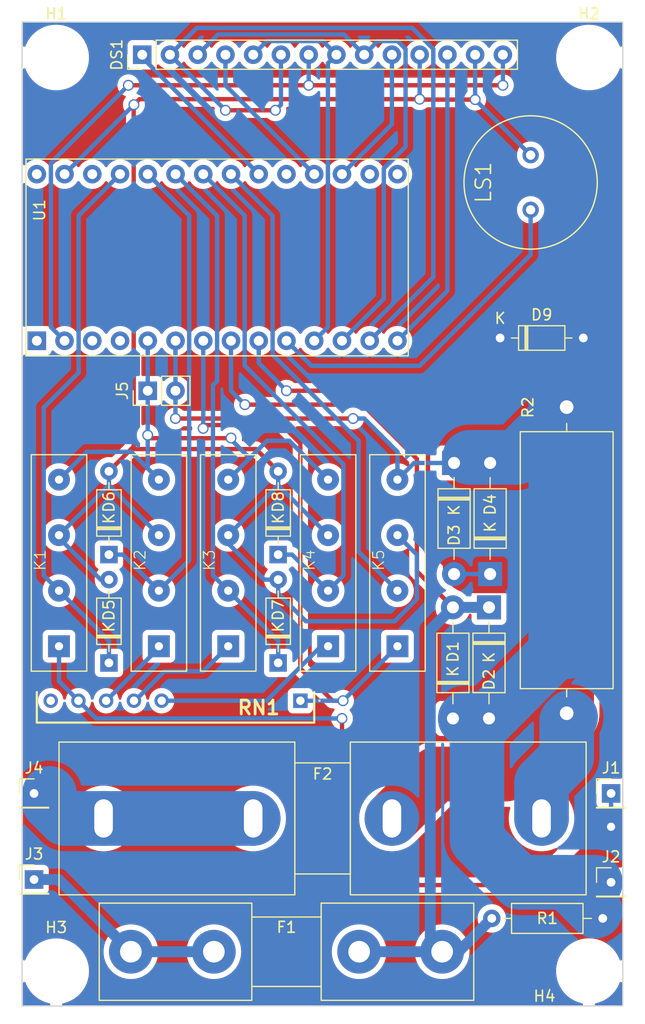
<source format=kicad_pcb>
(kicad_pcb (version 20221018) (generator pcbnew)
  (layers (0 "F.Cu" signal) (31 "B.Cu" signal) (34 "B.Paste" user) (35 "F.Paste" user) (36 "B.SilkS" user "B.Silkscreen") (37 "F.SilkS" user "F.Silkscreen") (38 "B.Mask" user) (39 "F.Mask" user) (44 "Edge.Cuts" user))
  (net 0 "")
  (net 1 "+3.3V")
  (net 2 "GND")
  (net 7 "/Speaker Control")
  (net 13 "/Input Common")
  (net 14 "/mA ADC In")
  (net 15 "/A ADC In")
  (net 16 "/TOUCH IRQ")
  (net 17 "/MISO")
  (net 18 "/MOSI")
  (net 19 "/TOUCH CS")
  (net 20 "/SCK")
  (net 21 "/TFT DC")
  (net 22 "/TFT CS")
  (net 23 "/mA In")
  (net 24 "/A In")
  (net 25 "/V{slash}Ohm In")
  (net 26 "/V{slash}Ohm ADC In")
  (net 27 "/Low Range Control")
  (net 28 "/Med Range Control")
  (net 29 "/High Range Control")
  (net 30 "/UH Range Control")
  (net 31 "/Ohm Vout")
  (net 32 "/V{slash}Ohm Control")
  (net 33 "Net-(K2-COM)")
  (net 34 "Net-(K3-COM)")
  (net 35 "Net-(K4-COM)")
  (footprint "502ProjectFootprints:SIL03-1A72-71_4" (layer "F.Cu") (at 195.326 102.616 90)
    (fp_text reference "K3" (at 0.254 -1.73 90 unlocked) (layer "F.SilkS") (effects (font (thickness 0.1))))
    (fp_text value "High Range")
    (pad "1" thru_hole rect (at -7.62 0 90) (size 2 2) (drill 0.75) (layers "*.Cu" "*.Mask") (net 34 "Net-(K3-COM)"))
    (pad "3" thru_hole circle (at -2.54 0 90) (size 2 2) (drill 0.75) (layers "*.Cu" "*.Mask" "Eco1.User") (net 29 "/High Range Control"))
    (pad "5" thru_hole circle (at 2.54 0 90) (size 2 2) (drill 0.75) (layers "*.Cu" "*.Mask") (net 2 "GND"))
    (pad "7" thru_hole circle (at 7.62 0 90) (size 2 2) (drill 0.75) (layers "*.Cu" "*.Mask") (net 26 "/V{slash}Ohm ADC In"))
  )
  (footprint "502ProjectFootprints:MountingHole_3mm" (layer "F.Cu") (at 228.346 139.954)
    (fp_text reference "H4" (at -4.064 2.286) (layer "F.SilkS"))
    (fp_text value "MountingHole")
    (pad "" np_thru_hole circle (at 0 0) (size 3 3) (drill 3) (layers "F&B.Cu" "*.Mask") (clearance 1.5))
  )
  (footprint "Diode_THT:D_DO-35_SOD27_P7.62mm_Horizontal" (layer "F.Cu") (at 184.404 101.854 90)
    (fp_text reference "D6" (at 4.826 0 90) (layer "F.SilkS"))
    (fp_text value "1N4148")
    (fp_text user "K" (at 3.302 0 90) (layer "F.SilkS"))
    (pad "1" thru_hole rect (at 0 0 90) (size 1.6 1.6) (drill 0.8) (layers "*.Cu" "*.Mask") (net 28 "/Med Range Control"))
    (pad "2" thru_hole oval (at 7.62 0 90) (size 1.6 1.6) (drill 0.8) (layers "*.Cu" "*.Mask") (net 2 "GND"))
  )
  (footprint "502ProjectFootprints:PinHeader_1x01_P2.54mm_Vertical_H0.8mm" (layer "F.Cu") (at 177.546 123.698)
    (fp_text reference "J4" (at 0 -2.33) (layer "F.SilkS"))
    (fp_text value "A")
    (pad "1" thru_hole rect (at 0 0) (size 1.7 1.7) (drill 0.8) (layers "*.Cu" "*.Mask") (net 24 "/A In"))
  )
  (footprint "Diode_THT:D_DO-41_SOD81_P10.16mm_Horizontal" (layer "F.Cu") (at 219.202 106.68 -90)
    (fp_text reference "D2" (at 6.604 0 90) (layer "F.SilkS"))
    (fp_text value "1N4001")
    (fp_text user "K" (at 4.572 0 90) (layer "F.SilkS"))
    (pad "1" thru_hole rect (at 0 0 270) (size 2.2 2.2) (drill 1.1) (layers "*.Cu" "*.Mask") (net 14 "/mA ADC In"))
    (pad "2" thru_hole oval (at 10.16 0 270) (size 2.2 2.2) (drill 1.1) (layers "*.Cu" "*.Mask") (net 13 "/Input Common"))
  )
  (footprint "Diode_THT:D_DO-35_SOD27_P7.62mm_Horizontal" (layer "F.Cu") (at 220.218 82.042)
    (fp_text reference "D9" (at 3.81 -2.12) (layer "F.SilkS"))
    (fp_text value "1N4148")
    (fp_text user "K" (at 0 -1.8) (layer "F.SilkS"))
    (pad "1" thru_hole rect (at 0 0) (size 1.6 1.6) (drill 0.8) (layers "*.Cu" "*.Mask") (net 32 "/V{slash}Ohm Control"))
    (pad "2" thru_hole oval (at 7.62 0) (size 1.6 1.6) (drill 0.8) (layers "*.Cu" "*.Mask") (net 2 "GND"))
  )
  (footprint "502ProjectFootprints:SIL03-1A72-71_4" (layer "F.Cu") (at 210.82 102.616 90)
    (fp_text reference "K5" (at 0.254 -1.73 90 unlocked) (layer "F.SilkS") (effects (font (thickness 0.1))))
    (fp_text value "V/Ohm Switch")
    (pad "1" thru_hole rect (at -7.62 0 90) (size 2 2) (drill 0.75) (layers "*.Cu" "*.Mask") (net 31 "/Ohm Vout"))
    (pad "3" thru_hole circle (at -2.54 0 90) (size 2 2) (drill 0.75) (layers "*.Cu" "*.Mask" "Eco1.User") (net 32 "/V{slash}Ohm Control"))
    (pad "5" thru_hole circle (at 2.54 0 90) (size 2 2) (drill 0.75) (layers "*.Cu" "*.Mask") (net 2 "GND"))
    (pad "7" thru_hole circle (at 7.62 0 90) (size 2 2) (drill 0.75) (layers "*.Cu" "*.Mask") (net 13 "/Input Common"))
  )
  (footprint "Diode_THT:D_DO-41_SOD81_P10.16mm_Horizontal" (layer "F.Cu") (at 215.9 116.84 90)
    (fp_text reference "D1" (at 6.096 0 90) (layer "F.SilkS"))
    (fp_text value "1N4001")
    (fp_text user "K" (at 4.318 0 90) (layer "F.SilkS"))
    (pad "1" thru_hole rect (at 0 0 90) (size 2.2 2.2) (drill 1.1) (layers "*.Cu" "*.Mask") (net 13 "/Input Common"))
    (pad "2" thru_hole oval (at 10.16 0 90) (size 2.2 2.2) (drill 1.1) (layers "*.Cu" "*.Mask") (net 14 "/mA ADC In"))
  )
  (footprint "502ProjectFootprints:PinHeader_1x01_P2.54mm_Vertical_H0.8mm" (layer "F.Cu") (at 177.546 131.572)
    (fp_text reference "J3" (at 0 -2.33) (layer "F.SilkS"))
    (fp_text value "mA")
    (pad "1" thru_hole rect (at 0 0) (size 1.7 1.7) (drill 0.8) (layers "*.Cu" "*.Mask") (net 23 "/mA In"))
  )
  (footprint "502ProjectFootprints:LF124061_2" (layer "F.Cu") (at 200.66 138.176)
    (fp_text reference "F1" (at 0 -2.238 unlocked) (layer "F.SilkS"))
    (fp_text value "250mA Fuse")
    (pad "1" thru_hole circle (at -14.25 0) (size 4 4) (drill 1.98) (layers "*.Cu" "*.Mask") (net 23 "/mA In"))
    (pad "2" thru_hole circle (at -6.65 0) (size 4 4) (drill 1.98) (layers "*.Cu" "*.Mask") (net 23 "/mA In"))
    (pad "3" thru_hole circle (at 6.65 0) (size 4 4) (drill 1.98) (layers "*.Cu" "*.Mask") (net 14 "/mA ADC In"))
    (pad "4" thru_hole circle (at 14.25 0) (size 4 4) (drill 1.98) (layers "*.Cu" "*.Mask") (net 14 "/mA ADC In"))
  )
  (footprint "502ProjectFootprints:MountingHole_3mm" (layer "F.Cu") (at 179.578 139.954)
    (fp_text reference "H3" (at 0 -4) (layer "F.SilkS"))
    (fp_text value "MountingHole")
    (pad "" np_thru_hole circle (at 0 0) (size 3 3) (drill 3) (layers "F&B.Cu" "*.Mask") (clearance 1.5))
  )
  (footprint "502ProjectFootprints:LOB-1528272_3" (layer "F.Cu") (at 226.314 102.362 90)
    (fp_text reference "R2" (at 13.97 -3.556 90 unlocked) (layer "F.SilkS"))
    (fp_text value "0.05 Ohm")
    (pad "1" thru_hole circle (at -14 0 90) (size 3 3) (drill 1.25) (layers "*.Cu" "*.Mask") (net 15 "/A ADC In"))
    (pad "2" thru_hole circle (at 14 0 90) (size 3 3) (drill 1.25) (layers "*.Cu" "*.Mask") (net 13 "/Input Common"))
  )
  (footprint "502ProjectFootprints:MountingHole_3mm" (layer "F.Cu") (at 179.578 56.388)
    (fp_text reference "H1" (at 0 -4) (layer "F.SilkS"))
    (fp_text value "MountingHole")
    (pad "" np_thru_hole circle (at 0 0) (size 3 3) (drill 3) (layers "F&B.Cu" "*.Mask") (clearance 1.5))
  )
  (footprint "502ProjectFootprints:PinHeader_1x01_P2.54mm_Vertical_H0.8mm" (layer "F.Cu") (at 230.378 123.698)
    (fp_text reference "J1" (at 0 -2.33) (layer "F.SilkS"))
    (fp_text value "V/Ohm")
    (pad "1" thru_hole rect (at 0 0) (size 1.7 1.7) (drill 0.8) (layers "*.Cu" "*.Mask") (net 25 "/V{slash}Ohm In"))
  )
  (footprint "Resistor_THT:R_Axial_DIN0207_L6.3mm_D2.5mm_P10.16mm_Horizontal" (layer "F.Cu") (at 219.456 135.128)
    (fp_text reference "R1" (at 5.08 0) (layer "F.SilkS"))
    (fp_text value "5 Ohm")
    (pad "1" thru_hole circle (at 0 0) (size 1.6 1.6) (drill 0.8) (layers "*.Cu" "*.Mask") (net 14 "/mA ADC In"))
    (pad "2" thru_hole oval (at 10.16 0) (size 1.6 1.6) (drill 0.8) (layers "*.Cu" "*.Mask") (net 13 "/Input Common"))
  )
  (footprint "502ProjectFootprints:PinHeader_1x01_P2.54mm_Vertical_H0.8mm" (layer "F.Cu") (at 230.378 131.826)
    (fp_text reference "J2" (at 0 -2.33) (layer "F.SilkS"))
    (fp_text value "Com")
    (pad "1" thru_hole rect (at 0 0) (size 1.7 1.7) (drill 0.8) (layers "*.Cu" "*.Mask") (net 13 "/Input Common"))
  )
  (footprint "502ProjectFootprints:LF124041_3" (layer "F.Cu") (at 203.962 125.984)
    (fp_text reference "F2" (at 0 -4.064 unlocked) (layer "F.SilkS"))
    (fp_text value "10A Fuse")
    (pad "1" thru_hole circle (at -20.05 0) (size 5 5) (drill oval 1.7 3.5) (layers "*.Cu" "*.Mask") (net 24 "/A In"))
    (pad "2" thru_hole circle (at -6.35 0) (size 5 5) (drill oval 1.7 3.5) (layers "*.Cu" "*.Mask") (net 24 "/A In"))
    (pad "3" thru_hole circle (at 6.35 0) (size 5 5) (drill oval 1.7 3.5) (layers "*.Cu" "*.Mask") (net 15 "/A ADC In"))
    (pad "4" thru_hole circle (at 20.05 0) (size 5 5) (drill oval 1.7 3.5) (layers "*.Cu" "*.Mask") (net 15 "/A ADC In"))
  )
  (footprint "Diode_THT:D_DO-35_SOD27_P7.62mm_Horizontal" (layer "F.Cu") (at 199.898 101.854 90)
    (fp_text reference "D8" (at 4.826 0 90) (layer "F.SilkS"))
    (fp_text value "1N4148")
    (fp_text user "K" (at 3.302 0 90) (layer "F.SilkS"))
    (pad "1" thru_hole rect (at 0 0 90) (size 1.6 1.6) (drill 0.8) (layers "*.Cu" "*.Mask") (net 30 "/UH Range Control"))
    (pad "2" thru_hole oval (at 7.62 0 90) (size 1.6 1.6) (drill 0.8) (layers "*.Cu" "*.Mask") (net 2 "GND"))
  )
  (footprint "Diode_THT:D_DO-35_SOD27_P7.62mm_Horizontal" (layer "F.Cu") (at 199.898 111.76 90)
    (fp_text reference "D7" (at 4.826 0 90) (layer "F.SilkS"))
    (fp_text value "1N4148")
    (fp_text user "K" (at 3.302 0 90) (layer "F.SilkS"))
    (pad "1" thru_hole rect (at 0 0 90) (size 1.6 1.6) (drill 0.8) (layers "*.Cu" "*.Mask") (net 29 "/High Range Control"))
    (pad "2" thru_hole oval (at 7.62 0 90) (size 1.6 1.6) (drill 0.8) (layers "*.Cu" "*.Mask") (net 2 "GND"))
  )
  (footprint "502ProjectFootprints:SIL03-1A72-71_4" (layer "F.Cu") (at 179.832 102.616 90)
    (fp_text reference "K1" (at 0.254 -1.73 90 unlocked) (layer "F.SilkS") (effects (font (thickness 0.1))))
    (fp_text value "Low Range")
    (pad "1" thru_hole rect (at -7.62 0 90) (size 2 2) (drill 0.75) (layers "*.Cu" "*.Mask") (net 25 "/V{slash}Ohm In"))
    (pad "3" thru_hole circle (at -2.54 0 90) (size 2 2) (drill 0.75) (layers "*.Cu" "*.Mask" "Eco1.User") (net 27 "/Low Range Control"))
    (pad "5" thru_hole circle (at 2.54 0 90) (size 2 2) (drill 0.75) (layers "*.Cu" "*.Mask") (net 2 "GND"))
    (pad "7" thru_hole circle (at 7.62 0 90) (size 2 2) (drill 0.75) (layers "*.Cu" "*.Mask") (net 26 "/V{slash}Ohm ADC In"))
  )
  (footprint "502ProjectFootprints:PinHeader_1x02_P2.54mm_Vertical_H0.9mm" (layer "F.Cu") (at 187.955 86.868 90)
    (fp_text reference "J5" (at 0 -2.33 90) (layer "F.SilkS"))
    (fp_text value "Parallel Prot")
    (pad "1" thru_hole rect (at 0 0 90) (size 1.7 1.7) (drill 0.9) (layers "*.Cu" "*.Mask") (net 26 "/V{slash}Ohm ADC In"))
    (pad "2" thru_hole oval (at 0 2.54 90) (size 1.7 1.7) (drill 0.9) (layers "*.Cu" "*.Mask") (net 13 "/Input Common"))
  )
  (footprint "502ProjectFootprints:PinHeader_1x14_P2.54mm_Vertical_H0.9mm" (layer "F.Cu") (at 187.452 56.134 90)
    (fp_text reference "DS1" (at 0 -2.33 90) (layer "F.SilkS"))
    (fp_text value "TFT_Interface")
    (pad "1" thru_hole rect (at 0 0 90) (size 1.7 1.7) (drill 0.9) (layers "*.Cu" "*.Mask") (net 16 "/TOUCH IRQ"))
    (pad "2" thru_hole oval (at 0 2.54 90) (size 1.7 1.7) (drill 0.9) (layers "*.Cu" "*.Mask") (net 17 "/MISO"))
    (pad "3" thru_hole oval (at 0 5.08 90) (size 1.7 1.7) (drill 0.9) (layers "*.Cu" "*.Mask") (net 18 "/MOSI"))
    (pad "4" thru_hole oval (at 0 7.62 90) (size 1.7 1.7) (drill 0.9) (layers "*.Cu" "*.Mask") (net 19 "/TOUCH CS"))
    (pad "5" thru_hole oval (at 0 10.16 90) (size 1.7 1.7) (drill 0.9) (layers "*.Cu" "*.Mask") (net 20 "/SCK"))
    (pad "6" thru_hole oval (at 0 12.7 90) (size 1.7 1.7) (drill 0.9) (layers "*.Cu" "*.Mask") (net 17 "/MISO"))
    (pad "7" thru_hole oval (at 0 15.24 90) (size 1.7 1.7) (drill 0.9) (layers "*.Cu" "*.Mask") (net 1 "+3.3V"))
    (pad "8" thru_hole oval (at 0 17.78 90) (size 1.7 1.7) (drill 0.9) (layers "*.Cu" "*.Mask") (net 20 "/SCK"))
    (pad "9" thru_hole oval (at 0 20.32 90) (size 1.7 1.7) (drill 0.9) (layers "*.Cu" "*.Mask") (net 18 "/MOSI"))
    (pad "10" thru_hole oval (at 0 22.86 90) (size 1.7 1.7) (drill 0.9) (layers "*.Cu" "*.Mask") (net 21 "/TFT DC"))
    (pad "11" thru_hole oval (at 0 25.4 90) (size 1.7 1.7) (drill 0.9) (layers "*.Cu" "*.Mask") (net 2 "GND"))
    (pad "12" thru_hole oval (at 0 27.94 90) (size 1.7 1.7) (drill 0.9) (layers "*.Cu" "*.Mask") (net 22 "/TFT CS"))
    (pad "13" thru_hole oval (at 0 30.48 90) (size 1.7 1.7) (drill 0.9) (layers "*.Cu" "*.Mask") (net 2 "GND"))
    (pad "14" thru_hole oval (at 0 33.02 90) (size 1.7 1.7) (drill 0.9) (layers "*.Cu" "*.Mask") (net 1 "+3.3V"))
  )
  (footprint "502ProjectFootprints:1776-C68-1" (layer "F.Cu") (at 201.93 115.219 180)
    (fp_text reference "RN1" (at 3.81 -0.635) (layer "F.SilkS") (effects (font (size 1.27 1.27) (thickness 0.254))))
    (fp_text value "1776-C68" hide)
    (pad "1" thru_hole circle (at 22.86 0 180) (size 1.32 1.32) (drill 0.77) (layers "*.Cu" "*.Mask"))
    (pad "2" thru_hole circle (at 20.32 0 180) (size 1.32 1.32) (drill 0.77) (layers "*.Cu" "*.Mask") (net 25 "/V{slash}Ohm In"))
    (pad "3" thru_hole circle (at 17.78 0 180) (size 1.32 1.32) (drill 0.77) (layers "*.Cu" "*.Mask") (net 33 "Net-(K2-COM)"))
    (pad "4" thru_hole circle (at 15.24 0 180) (size 1.32 1.32) (drill 0.77) (layers "*.Cu" "*.Mask") (net 34 "Net-(K3-COM)"))
    (pad "5" thru_hole circle (at 12.7 0 180) (size 1.32 1.32) (drill 0.77) (layers "*.Cu" "*.Mask") (net 35 "Net-(K4-COM)"))
    (pad "6" thru_hole rect (at 0 0 180) (size 1.32 1.32) (drill 0.77) (layers "*.Cu" "*.Mask") (net 31 "/Ohm Vout"))
  )
  (footprint "Diode_THT:D_DO-41_SOD81_P10.16mm_Horizontal" (layer "F.Cu") (at 219.304 103.632 90)
    (fp_text reference "D4" (at 6.35 0 90) (layer "F.SilkS"))
    (fp_text value "1N4001")
    (fp_text user "K" (at 4.318 0 90) (layer "F.SilkS"))
    (pad "1" thru_hole rect (at 0 0 90) (size 2.2 2.2) (drill 1.1) (layers "*.Cu" "*.Mask") (net 15 "/A ADC In"))
    (pad "2" thru_hole oval (at 10.16 0 90) (size 2.2 2.2) (drill 1.1) (layers "*.Cu" "*.Mask") (net 13 "/Input Common"))
  )
  (footprint "502ProjectFootprints:XDCR_PS1240P02BT" (layer "F.Cu") (at 223.012 67.818 90)
    (fp_text reference "LS1" (at 0 -4.318 90) (layer "F.SilkS") (effects (font (size 1.4 1.4))))
    (fp_text value "PS1240P02BT")
    (pad "1" thru_hole circle (at -2.5 0 90) (size 1.5 1.5) (drill 0.85) (layers "*.Cu" "*.Mask") (net 7 "/Speaker Control"))
    (pad "2" thru_hole circle (at 2.5 0 90) (size 1.5 1.5) (drill 0.85) (layers "*.Cu" "*.Mask") (net 2 "GND"))
  )
  (footprint "Diode_THT:D_DO-35_SOD27_P7.62mm_Horizontal" (layer "F.Cu") (at 184.404 111.76 90)
    (fp_text reference "D5" (at 4.826 0 90) (layer "F.SilkS"))
    (fp_text value "1N4148")
    (fp_text user "K" (at 3.302 0 90) (layer "F.SilkS"))
    (pad "1" thru_hole rect (at 0 0 90) (size 1.6 1.6) (drill 0.8) (layers "*.Cu" "*.Mask") (net 27 "/Low Range Control"))
    (pad "2" thru_hole oval (at 7.62 0 90) (size 1.6 1.6) (drill 0.8) (layers "*.Cu" "*.Mask") (net 2 "GND"))
  )
  (footprint "502ProjectFootprints:MountingHole_3mm" (layer "F.Cu") (at 228.346 56.388)
    (fp_text reference "H2" (at 0 -4) (layer "F.SilkS"))
    (fp_text value "MountingHole")
    (pad "" np_thru_hole circle (at 0 0) (size 3 3) (drill 3) (layers "F&B.Cu" "*.Mask") (clearance 1.5))
  )
  (footprint "502ProjectFootprints:ItsyBitsy" (layer "F.Cu") (at 194.31 74.676 90)
    (fp_text reference "U1" (at 4.318 -16.256 90 unlocked) (layer "F.SilkS"))
    (fp_text value "ItsyBitsy_NRF52840_Big")
    (pad "1" thru_hole rect (at -7.62 -16.51 90) (size 1.7 1.7) (drill 0.9) (layers "*.Cu" "*.Mask"))
    (pad "2" thru_hole circle (at -7.62 -13.97 90) (size 1.7 1.7) (drill 0.9) (layers "*.Cu" "*.Mask") (net 1 "+3.3V"))
    (pad "3" thru_hole circle (at -7.62 -11.43 90) (size 1.7 1.7) (drill 0.9) (layers "*.Cu" "*.Mask"))
    (pad "4" thru_hole circle (at -7.62 -8.89 90) (size 1.7 1.7) (drill 0.9) (layers "*.Cu" "*.Mask"))
    (pad "5" thru_hole circle (at -7.62 -6.35 90) (size 1.7 1.7) (drill 0.9) (layers "*.Cu" "*.Mask") (net 26 "/V{slash}Ohm ADC In"))
    (pad "6" thru_hole circle (at -7.62 -3.81 90) (size 1.7 1.7) (drill 0.9) (layers "*.Cu" "*.Mask") (net 13 "/Input Common"))
    (pad "7" thru_hole circle (at -7.62 -1.27 90) (size 1.7 1.7) (drill 0.9) (layers "*.Cu" "*.Mask") (net 31 "/Ohm Vout"))
    (pad "8" thru_hole circle (at -7.62 1.27 90) (size 1.7 1.7) (drill 0.9) (layers "*.Cu" "*.Mask") (net 14 "/mA ADC In"))
    (pad "9" thru_hole circle (at -7.62 3.81 90) (size 1.7 1.7) (drill 0.9) (layers "*.Cu" "*.Mask") (net 15 "/A ADC In"))
    (pad "10" thru_hole circle (at -7.62 6.35 90) (size 1.7 1.7) (drill 0.9) (layers "*.Cu" "*.Mask") (net 7 "/Speaker Control"))
    (pad "11" thru_hole circle (at -7.62 8.89 90) (size 1.7 1.7) (drill 0.9) (layers "*.Cu" "*.Mask") (net 20 "/SCK"))
    (pad "12" thru_hole circle (at -7.62 11.43 90) (size 1.7 1.7) (drill 0.9) (layers "*.Cu" "*.Mask") (net 18 "/MOSI"))
    (pad "13" thru_hole circle (at -7.62 13.97 90) (size 1.7 1.7) (drill 0.9) (layers "*.Cu" "*.Mask") (net 17 "/MISO"))
    (pad "14" thru_hole circle (at -7.62 16.51 90) (size 1.7 1.7) (drill 0.9) (layers "*.Cu" "*.Mask") (net 22 "/TFT CS"))
    (pad "15" thru_hole circle (at 7.62 16.51 90) (size 1.7 1.7) (drill 0.9) (layers "*.Cu" "*.Mask"))
    (pad "16" thru_hole circle (at 7.62 13.97 90) (size 1.7 1.7) (drill 0.9) (layers "*.Cu" "*.Mask"))
    (pad "17" thru_hole circle (at 7.62 11.43 90) (size 1.7 1.7) (drill 0.9) (layers "*.Cu" "*.Mask") (net 21 "/TFT DC"))
    (pad "18" thru_hole circle (at 7.62 8.89 90) (size 1.7 1.7) (drill 0.9) (layers "*.Cu" "*.Mask") (net 19 "/TOUCH CS"))
    (pad "19" thru_hole circle (at 7.62 6.35 90) (size 1.7 1.7) (drill 0.9) (layers "*.Cu" "*.Mask"))
    (pad "20" thru_hole circle (at 7.62 3.81 90) (size 1.7 1.7) (drill 0.9) (layers "*.Cu" "*.Mask") (net 16 "/TOUCH IRQ"))
    (pad "21" thru_hole circle (at 7.62 1.27 90) (size 1.7 1.7) (drill 0.9) (layers "*.Cu" "*.Mask") (net 32 "/V{slash}Ohm Control"))
    (pad "22" thru_hole circle (at 7.62 -1.27 90) (size 1.7 1.7) (drill 0.9) (layers "*.Cu" "*.Mask") (net 30 "/UH Range Control"))
    (pad "23" thru_hole circle (at 7.62 -3.81 90) (size 1.7 1.7) (drill 0.9) (layers "*.Cu" "*.Mask") (net 29 "/High Range Control"))
    (pad "24" thru_hole circle (at 7.62 -6.35 90) (size 1.7 1.7) (drill 0.9) (layers "*.Cu" "*.Mask") (net 28 "/Med Range Control"))
    (pad "25" thru_hole circle (at 7.62 -8.89 90) (size 1.7 1.7) (drill 0.9) (layers "*.Cu" "*.Mask") (net 27 "/Low Range Control"))
    (pad "26" thru_hole circle (at 7.62 -11.43 90) (size 1.7 1.7) (drill 0.9) (layers "*.Cu" "*.Mask"))
    (pad "27" thru_hole circle (at 7.62 -13.97 90) (size 1.7 1.7) (drill 0.9) (layers "*.Cu" "*.Mask") (net 2 "GND"))
    (pad "28" thru_hole circle (at 7.62 -16.51 90) (size 1.7 1.7) (drill 0.9) (layers "*.Cu" "*.Mask"))
  )
  (footprint "502ProjectFootprints:SIL03-1A72-71_4" (layer "F.Cu") (at 188.976 102.616 90)
    (fp_text reference "K2" (at 0.254 -1.73 90 unlocked) (layer "F.SilkS") (effects (font (thickness 0.1))))
    (fp_text value "Medium Range")
    (pad "1" thru_hole rect (at -7.62 0 90) (size 2 2) (drill 0.75) (layers "*.Cu" "*.Mask") (net 33 "Net-(K2-COM)"))
    (pad "3" thru_hole circle (at -2.54 0 90) (size 2 2) (drill 0.75) (layers "*.Cu" "*.Mask" "Eco1.User") (net 28 "/Med Range Control"))
    (pad "5" thru_hole circle (at 2.54 0 90) (size 2 2) (drill 0.75) (layers "*.Cu" "*.Mask") (net 2 "GND"))
    (pad "7" thru_hole circle (at 7.62 0 90) (size 2 2) (drill 0.75) (layers "*.Cu" "*.Mask") (net 26 "/V{slash}Ohm ADC In"))
  )
  (footprint "502ProjectFootprints:SIL03-1A72-71_4" (layer "F.Cu") (at 204.47 102.616 90)
    (fp_text reference "K4" (at 0.254 -1.73 90 unlocked) (layer "F.SilkS") (effects (font (thickness 0.1))))
    (fp_text value "UH Range (Ohm Only)")
    (pad "1" thru_hole rect (at -7.62 0 90) (size 2 2) (drill 0.75) (layers "*.Cu" "*.Mask") (net 35 "Net-(K4-COM)"))
    (pad "3" thru_hole circle (at -2.54 0 90) (size 2 2) (drill 0.75) (layers "*.Cu" "*.Mask" "Eco1.User") (net 30 "/UH Range Control"))
    (pad "5" thru_hole circle (at 2.54 0 90) (size 2 2) (drill 0.75) (layers "*.Cu" "*.Mask") (net 2 "GND"))
    (pad "7" thru_hole circle (at 7.62 0 90) (size 2 2) (drill 0.75) (layers "*.Cu" "*.Mask") (net 26 "/V{slash}Ohm ADC In"))
  )
  (footprint "Diode_THT:D_DO-41_SOD81_P10.16mm_Horizontal" (layer "F.Cu") (at 216.002 93.472 -90)
    (fp_text reference "D3" (at 6.604 0 90) (layer "F.SilkS"))
    (fp_text value "1N4001")
    (fp_text user "K" (at 4.318 0 90) (layer "F.SilkS"))
    (pad "1" thru_hole rect (at 0 0 270) (size 2.2 2.2) (drill 1.1) (layers "*.Cu" "*.Mask") (net 13 "/Input Common"))
    (pad "2" thru_hole oval (at 10.16 0 270) (size 2.2 2.2) (drill 1.1) (layers "*.Cu" "*.Mask") (net 15 "/A ADC In"))
  )
  (gr_rect (start 176.452 53.134) (end 231.452 143.134) (stroke (width 0.1)) (fill none) (layer "Edge.Cuts"))
  (gr_rect (start 176.452 53.134) (end 231.452 143.134) (stroke (width 0.1)) (fill none) (layer "Edge.Cuts"))
  (segment (start 220.472 58.928) (end 202.692 58.928) (width 0.4) (layer "F.Cu") (net 1))
  (segment (start 202.692 58.928) (end 186.181999 58.928) (width 0.4) (layer "F.Cu") (net 1))
  (via (at 220.472 58.928) (size 1) (drill 0.75) (layers "F.Cu" "B.Cu") (net 1))
  (via (at 202.692 58.928) (size 1) (drill 0.75) (layers "F.Cu" "B.Cu") (net 1))
  (via (at 186.181999 58.928) (size 1) (drill 0.75) (layers "F.Cu" "B.Cu") (net 1))
  (segment (start 179.09 81.046) (end 180.34 82.296) (width 0.4) (layer "B.Cu") (net 1))
  (segment (start 202.692 56.134) (end 202.692 58.928) (width 0.4) (layer "B.Cu") (net 1))
  (segment (start 220.472 56.134) (end 220.472 58.928) (width 0.4) (layer "B.Cu") (net 1))
  (segment (start 179.09 66.019999) (end 179.09 81.046) (width 0.4) (layer "B.Cu") (net 1))
  (segment (start 186.181999 58.928) (end 179.09 66.019999) (width 0.4) (layer "B.Cu") (net 1))
  (segment (start 186.69 60.706) (end 187.198 60.198) (width 0.4) (layer "F.Cu") (net 2))
  (segment (start 186.67 60.726) (end 186.67 91.968) (width 0.4) (layer "F.Cu") (net 2))
  (segment (start 197.866 92.202) (end 199.898 94.234) (width 0.4) (layer "F.Cu") (net 2))
  (segment (start 184.404 94.234) (end 186.436 92.202) (width 0.4) (layer "F.Cu") (net 2))
  (segment (start 187.198 60.198) (end 212.852 60.198) (width 0.4) (layer "F.Cu") (net 2))
  (segment (start 186.436 92.202) (end 197.866 92.202) (width 0.4) (layer "F.Cu") (net 2))
  (segment (start 212.892 60.238) (end 212.852 60.198) (width 0.4) (layer "F.Cu") (net 2))
  (segment (start 186.69 60.706) (end 186.67 60.726) (width 0.4) (layer "F.Cu") (net 2))
  (segment (start 217.932 60.238) (end 212.892 60.238) (width 0.4) (layer "F.Cu") (net 2))
  (segment (start 186.67 91.968) (end 186.436 92.202) (width 0.4) (layer "F.Cu") (net 2))
  (via (at 212.852 60.198) (size 1) (drill 0.75) (layers "F.Cu" "B.Cu") (net 2))
  (via (at 217.932 60.238) (size 1) (drill 0.75) (layers "F.Cu" "B.Cu") (net 2))
  (via (at 186.69 60.706) (size 1) (drill 0.75) (layers "F.Cu" "B.Cu") (net 2))
  (segment (start 217.932 60.238) (end 223.012 65.318) (width 0.4) (layer "B.Cu") (net 2))
  (segment (start 198.628 104.14) (end 195.326 100.838) (width 0.4) (layer "B.Cu") (net 2))
  (segment (start 184.404 95.504) (end 188.976 100.076) (width 0.4) (layer "B.Cu") (net 2))
  (segment (start 195.326 100.076) (end 199.898 95.504) (width 0.4) (layer "B.Cu") (net 2))
  (segment (start 212.598 101.854) (end 212.598 105.918) (width 0.4) (layer "B.Cu") (net 2))
  (segment (start 186.69 60.706) (end 180.34 67.056) (width 0.4) (layer "B.Cu") (net 2))
  (segment (start 202.438 107.95) (end 199.898 105.41) (width 0.4) (layer "B.Cu") (net 2))
  (segment (start 212.852 56.134) (end 212.852 60.198) (width 0.4) (layer "B.Cu") (net 2))
  (segment (start 212.598 105.918) (end 210.566 107.95) (width 0.4) (layer "B.Cu") (net 2))
  (segment (start 199.898 105.41) (end 199.898 104.14) (width 0.4) (layer "B.Cu") (net 2))
  (segment (start 199.898 104.14) (end 198.628 104.14) (width 0.4) (layer "B.Cu") (net 2))
  (segment (start 195.326 100.838) (end 195.326 100.076) (width 0.4) (layer "B.Cu") (net 2))
  (segment (start 210.82 100.076) (end 212.598 101.854) (width 0.4) (layer "B.Cu") (net 2))
  (segment (start 179.832 100.076) (end 184.404 95.504) (width 0.4) (layer "B.Cu") (net 2))
  (segment (start 183.642 104.14) (end 179.832 100.33) (width 0.4) (layer "B.Cu") (net 2))
  (segment (start 179.832 100.33) (end 179.832 100.076) (width 0.4) (layer "B.Cu") (net 2))
  (segment (start 184.404 94.234) (end 184.404 95.504) (width 0.4) (layer "B.Cu") (net 2))
  (segment (start 199.898 94.234) (end 199.898 95.504) (width 0.4) (layer "B.Cu") (net 2))
  (segment (start 199.898 95.504) (end 204.47 100.076) (width 0.4) (layer "B.Cu") (net 2))
  (segment (start 184.404 104.14) (end 183.642 104.14) (width 0.4) (layer "B.Cu") (net 2))
  (segment (start 217.932 56.134) (end 217.932 60.238) (width 0.4) (layer "B.Cu") (net 2))
  (segment (start 210.566 107.95) (end 202.438 107.95) (width 0.4) (layer "B.Cu") (net 2))
  (segment (start 223.012 74.422) (end 212.852 84.582) (width 0.4) (layer "B.Cu") (net 7))
  (segment (start 212.852 84.582) (end 202.946 84.582) (width 0.4) (layer "B.Cu") (net 7))
  (segment (start 223.012 70.318) (end 223.012 74.422) (width 0.4) (layer "B.Cu") (net 7))
  (segment (start 202.946 84.582) (end 200.66 82.296) (width 0.4) (layer "B.Cu") (net 7))
  (segment (start 206.756 89.406957) (end 206.754957 89.408) (width 0.4) (layer "F.Cu") (net 13))
  (segment (start 206.754957 89.408) (end 190.5 89.408) (width 0.4) (layer "F.Cu") (net 13))
  (segment (start 190.5 89.408) (end 190.495 89.403) (width 0.4) (layer "F.Cu") (net 13))
  (via (at 206.756 89.406957) (size 1) (drill 0.75) (layers "F.Cu" "B.Cu") (net 13))
  (via (at 190.495 89.403) (size 1) (drill 0.75) (layers "F.Cu" "B.Cu") (net 13))
  (segment (start 218.102001 127.932001) (end 221.996 131.826) (width 5) (layer "B.Cu") (net 13))
  (segment (start 226.314 88.362) (end 221.712 92.964) (width 5) (layer "B.Cu") (net 13))
  (segment (start 226.314 109.728) (end 219.202 116.84) (width 5) (layer "B.Cu") (net 13))
  (segment (start 219.304 93.472) (end 216.002 93.472) (width 0.4) (layer "B.Cu") (net 13))
  (segment (start 210.82 92.456) (end 210.82 94.996) (width 0.4) (layer "B.Cu") (net 13))
  (segment (start 221.996 131.826) (end 225.552 131.826) (width 5) (layer "B.Cu") (net 13))
  (segment (start 226.314 88.362) (end 221.966 92.71) (width 5) (layer "B.Cu") (net 13))
  (segment (start 226.314 131.826) (end 228.942 134.454) (width 5) (layer "B.Cu") (net 13))
  (segment (start 206.756 89.406957) (end 207.770957 89.406957) (width 0.4) (layer "B.Cu") (net 13))
  (segment (start 219.202 116.84) (end 217.022 116.84) (width 5) (layer "B.Cu") (net 13))
  (segment (start 219.202 116.84) (end 218.102001 117.939999) (width 5) (layer "B.Cu") (net 13))
  (segment (start 225.552 131.826) (end 226.314 131.826) (width 5) (layer "B.Cu") (net 13))
  (segment (start 190.495 86.868) (end 190.495 89.403) (width 0.4) (layer "B.Cu") (net 13))
  (segment (start 225.552 131.826) (end 228.952 131.826) (width 5) (layer "B.Cu") (net 13))
  (segment (start 207.770957 89.406957) (end 210.82 92.456) (width 0.4) (layer "B.Cu") (net 13))
  (segment (start 212.344 93.472) (end 210.82 94.996) (width 0.4) (layer "B.Cu") (net 13))
  (segment (start 226.314 88.362) (end 226.314 109.728) (width 7) (layer "B.Cu") (net 13))
  (segment (start 190.495 86.868) (end 190.495 82.301) (width 0.4) (layer "B.Cu") (net 13))
  (segment (start 190.495 82.301) (end 190.5 82.296) (width 0.4) (layer "B.Cu") (net 13))
  (segment (start 218.102001 117.939999) (end 218.102001 127.932001) (width 5) (layer "B.Cu") (net 13))
  (segment (start 221.712 92.964) (end 217.424 92.964) (width 5) (layer "B.Cu") (net 13))
  (segment (start 216.002 93.472) (end 212.344 93.472) (width 0.4) (layer "B.Cu") (net 13))
  (segment (start 215.9 106.68) (end 212.598 103.378) (width 0.4) (layer "F.Cu") (net 14))
  (segment (start 207.633371 88.138) (end 196.85 88.138) (width 0.4) (layer "F.Cu") (net 14))
  (segment (start 212.598 93.102629) (end 207.633371 88.138) (width 0.4) (layer "F.Cu") (net 14))
  (segment (start 212.598 103.378) (end 212.598 93.102629) (width 0.4) (layer "F.Cu") (net 14))
  (via (at 196.85 88.138) (size 1) (drill 0.75) (layers "F.Cu" "B.Cu") (net 14))
  (segment (start 213.822 137.088) (end 213.822 108.758) (width 1) (layer "B.Cu") (net 14))
  (segment (start 219.202 106.68) (end 215.9 106.68) (width 1) (layer "B.Cu") (net 14))
  (segment (start 213.822 108.758) (end 215.9 106.68) (width 1) (layer "B.Cu") (net 14))
  (segment (start 214.91 138.176) (end 216.408 138.176) (width 1) (layer "B.Cu") (net 14))
  (segment (start 214.91 138.176) (end 207.31 138.176) (width 1) (layer "B.Cu") (net 14))
  (segment (start 195.58 86.868) (end 195.58 82.296) (width 0.4) (layer "B.Cu") (net 14))
  (segment (start 214.91 138.176) (end 213.822 137.088) (width 1) (layer "B.Cu") (net 14))
  (segment (start 196.85 88.138) (end 195.58 86.868) (width 0.4) (layer "B.Cu") (net 14))
  (segment (start 216.408 138.176) (end 219.456 135.128) (width 1) (layer "B.Cu") (net 14))
  (segment (start 223.002 102.88) (end 217.474012 102.88) (width 5) (layer "F.Cu") (net 15))
  (segment (start 220.756 121.92) (end 214.376 121.92) (width 5) (layer "F.Cu") (net 15))
  (segment (start 214.376 121.92) (end 210.312 125.984) (width 5) (layer "F.Cu") (net 15))
  (segment (start 213.614 92.456) (end 213.614 101.244) (width 0.4) (layer "F.Cu") (net 15))
  (segment (start 226.314 116.362) (end 220.756 121.92) (width 5) (layer "F.Cu") (net 15))
  (segment (start 200.66 86.868) (end 208.026 86.868) (width 0.4) (layer "F.Cu") (net 15))
  (segment (start 213.614 101.244) (end 216.002 103.632) (width 0.4) (layer "F.Cu") (net 15))
  (segment (start 226.314 106.192) (end 223.002 102.88) (width 5) (layer "F.Cu") (net 15))
  (segment (start 226.314 116.362) (end 226.314 106.192) (width 5) (layer "F.Cu") (net 15))
  (segment (start 208.026 86.868) (end 213.614 92.456) (width 0.4) (layer "F.Cu") (net 15))
  (via (at 200.66 86.868) (size 1) (drill 0.75) (layers "F.Cu" "B.Cu") (net 15))
  (segment (start 200.64125 86.84925) (end 198.12 84.328) (width 0.4) (layer "B.Cu") (net 15))
  (segment (start 226.314 120.396) (end 226.314 117.08191) (width 5) (layer "B.Cu") (net 15))
  (segment (start 226.314 117.08191) (end 226.673955 116.721955) (width 5) (layer "B.Cu") (net 15))
  (segment (start 224.012 125.984) (end 224.012 122.698) (width 5) (layer "B.Cu") (net 15))
  (segment (start 219.304 103.632) (end 216.002 103.632) (width 0.4) (layer "B.Cu") (net 15))
  (segment (start 198.12 84.328) (end 198.12 82.296) (width 0.4) (layer "B.Cu") (net 15))
  (segment (start 200.64125 86.84925) (end 200.66 86.868) (width 0.4) (layer "B.Cu") (net 15))
  (segment (start 224.012 122.698) (end 226.314 120.396) (width 5) (layer "B.Cu") (net 15))
  (segment (start 187.452 56.134) (end 187.452 56.388) (width 0.4) (layer "B.Cu") (net 16))
  (segment (start 187.452 56.388) (end 198.12 67.056) (width 0.4) (layer "B.Cu") (net 16))
  (segment (start 195.072 61.214) (end 199.644 61.214) (width 0.4) (layer "F.Cu") (net 17))
  (via (at 199.644 61.214) (size 1) (drill 0.75) (layers "F.Cu" "B.Cu") (net 17))
  (via (at 195.072 61.214) (size 1) (drill 0.75) (layers "F.Cu" "B.Cu") (net 17))
  (segment (start 208.28 82.296) (end 214.102 76.474) (width 0.4) (layer "B.Cu") (net 17))
  (segment (start 199.644 61.214) (end 200.152 60.706) (width 0.4) (layer "B.Cu") (net 17))
  (segment (start 189.992 56.134) (end 195.072 61.214) (width 0.4) (layer "B.Cu") (net 17))
  (segment (start 192.442 53.684) (end 189.992 56.134) (width 0.4) (layer "B.Cu") (net 17))
  (segment (start 214.102 76.474) (end 214.102 55.606) (width 0.4) (layer "B.Cu") (net 17))
  (segment (start 200.152 60.706) (end 200.152 56.134) (width 0.4) (layer "B.Cu") (net 17))
  (segment (start 212.18 53.684) (end 192.442 53.684) (width 0.4) (layer "B.Cu") (net 17))
  (segment (start 214.102 55.606) (end 212.18 53.684) (width 0.4) (layer "B.Cu") (net 17))
  (segment (start 211.562 64.546233) (end 211.562 55.606) (width 0.4) (layer "B.Cu") (net 18))
  (segment (start 194.382 54.284) (end 192.532 56.134) (width 0.4) (layer "B.Cu") (net 18))
  (segment (start 205.74 82.296) (end 209.57 78.466) (width 0.4) (layer "B.Cu") (net 18))
  (segment (start 209.57 78.466) (end 209.57 66.538233) (width 0.4) (layer "B.Cu") (net 18))
  (segment (start 210.84 54.884) (end 209.022 54.884) (width 0.4) (layer "B.Cu") (net 18))
  (segment (start 209.57 66.538233) (end 211.562 64.546233) (width 0.4) (layer "B.Cu") (net 18))
  (segment (start 205.922 54.284) (end 194.382 54.284) (width 0.4) (layer "B.Cu") (net 18))
  (segment (start 211.562 55.606) (end 210.84 54.884) (width 0.4) (layer "B.Cu") (net 18))
  (segment (start 209.022 54.884) (end 207.772 56.134) (width 0.4) (layer "B.Cu") (net 18))
  (segment (start 207.772 56.134) (end 205.922 54.284) (width 0.4) (layer "B.Cu") (net 18))
  (segment (start 195.072 58.928) (end 195.072 56.134) (width 0.4) (layer "B.Cu") (net 19))
  (segment (start 203.2 67.056) (end 195.072 58.928) (width 0.4) (layer "B.Cu") (net 19))
  (segment (start 205.232 56.134) (end 203.982 54.884) (width 0.4) (layer "B.Cu") (net 20))
  (segment (start 198.862 54.884) (end 197.612 56.134) (width 0.4) (layer "B.Cu") (net 20))
  (segment (start 204.45 56.916) (end 205.232 56.134) (width 0.4) (layer "B.Cu") (net 20))
  (segment (start 204.45 81.046) (end 204.45 56.916) (width 0.4) (layer "B.Cu") (net 20))
  (segment (start 203.2 82.296) (end 204.45 81.046) (width 0.4) (layer "B.Cu") (net 20))
  (segment (start 203.982 54.884) (end 198.862 54.884) (width 0.4) (layer "B.Cu") (net 20))
  (segment (start 210.312 62.484) (end 210.312 56.134) (width 0.4) (layer "B.Cu") (net 21))
  (segment (start 205.74 67.056) (end 210.312 62.484) (width 0.4) (layer "B.Cu") (net 21))
  (segment (start 215.392 56.134) (end 215.392 77.724) (width 0.4) (layer "B.Cu") (net 22))
  (segment (start 215.392 77.724) (end 210.82 82.296) (width 0.4) (layer "B.Cu") (net 22))
  (segment (start 179.806 131.572) (end 177.546 131.572) (width 1) (layer "B.Cu") (net 23))
  (segment (start 186.41 138.176) (end 194.01 138.176) (width 1) (layer "B.Cu") (net 23))
  (segment (start 186.41 138.176) (end 179.806 131.572) (width 1) (layer "B.Cu") (net 23))
  (segment (start 183.912 125.984) (end 197.612 125.984) (width 5) (layer "B.Cu") (net 24))
  (segment (start 183.912 125.984) (end 180.376467 125.984) (width 5) (layer "B.Cu") (net 24))
  (segment (start 180.376467 125.984) (end 178.952 124.559533) (width 5) (layer "B.Cu") (net 24))
  (segment (start 178.952 124.559533) (end 178.952 123.698) (width 5) (layer "B.Cu") (net 24))
  (segment (start 225.044 132.08) (end 208.28 132.08) (width 0.4) (layer "F.Cu") (net 25))
  (segment (start 205.74 129.54) (end 205.74 116.84) (width 0.4) (layer "F.Cu") (net 25))
  (segment (start 230.378 126.746) (end 225.044 132.08) (width 0.4) (layer "F.Cu") (net 25))
  (segment (start 208.28 132.08) (end 205.74 129.54) (width 0.4) (layer "F.Cu") (net 25))
  (via (at 205.74 116.84) (size 1) (drill 0.75) (layers "F.Cu" "B.Cu") (net 25))
  (via (at 230.378 126.746) (size 1) (drill 0.75) (layers "F.Cu" "B.Cu") (net 25))
  (segment (start 179.832 113.441) (end 181.61 115.219) (width 0.4) (layer "B.Cu") (net 25))
  (segment (start 183.231 116.84) (end 205.74 116.84) (width 0.4) (layer "B.Cu") (net 25))
  (segment (start 179.832 110.236) (end 179.832 113.441) (width 0.4) (layer "B.Cu") (net 25))
  (segment (start 181.61 115.219) (end 183.231 116.84) (width 0.4) (layer "B.Cu") (net 25))
  (segment (start 230.378 126.746) (end 230.378 123.698) (width 0.4) (layer "B.Cu") (net 25))
  (segment (start 188.2305 91.2075) (end 187.955 90.932) (width 0.4) (layer "F.Cu") (net 26))
  (segment (start 195.58 91.186) (end 195.5585 91.2075) (width 0.4) (layer "F.Cu") (net 26))
  (segment (start 195.5585 91.2075) (end 188.2305 91.2075) (width 0.4) (layer "F.Cu") (net 26))
  (via (at 187.955 90.932) (size 1) (drill 0.75) (layers "F.Cu" "B.Cu") (net 26))
  (via (at 195.58 91.186) (size 1) (drill 0.75) (layers "F.Cu" "B.Cu") (net 26))
  (segment (start 179.832 94.996) (end 182.372 92.456) (width 0.4) (layer "B.Cu") (net 26))
  (segment (start 187.955 91.44) (end 187.955 93.975) (width 0.4) (layer "B.Cu") (net 26))
  (segment (start 197.288 93.034) (end 198.882 91.44) (width 0.4) (layer "B.Cu") (net 26))
  (segment (start 187.955 93.975) (end 188.976 94.996) (width 0.4) (layer "B.Cu") (net 26))
  (segment (start 195.58 91.326) (end 195.58 91.186) (width 0.4) (layer "B.Cu") (net 26))
  (segment (start 182.372 92.456) (end 186.436 92.456) (width 0.4) (layer "B.Cu") (net 26))
  (segment (start 186.436 92.456) (end 188.976 94.996) (width 0.4) (layer "B.Cu") (net 26))
  (segment (start 197.288 93.034) (end 195.58 91.326) (width 0.4) (layer "B.Cu") (net 26))
  (segment (start 187.955 82.301) (end 187.96 82.296) (width 0.4) (layer "B.Cu") (net 26))
  (segment (start 198.882 91.44) (end 200.914 91.44) (width 0.4) (layer "B.Cu") (net 26))
  (segment (start 195.326 94.996) (end 197.288 93.034) (width 0.4) (layer "B.Cu") (net 26))
  (segment (start 187.955 86.868) (end 187.955 82.301) (width 0.4) (layer "B.Cu") (net 26))
  (segment (start 187.955 86.868) (end 187.955 91.44) (width 0.4) (layer "B.Cu") (net 26))
  (segment (start 187.955 91.44) (end 187.955 90.932) (width 0.4) (layer "B.Cu") (net 26))
  (segment (start 200.914 91.44) (end 204.47 94.996) (width 0.4) (layer "B.Cu") (net 26))
  (segment (start 181.63 85.211884) (end 181.63 70.846) (width 0.4) (layer "B.Cu") (net 27))
  (segment (start 181.63 70.846) (end 185.42 67.056) (width 0.4) (layer "B.Cu") (net 27))
  (segment (start 178.432 88.409884) (end 181.63 85.211884) (width 0.4) (layer "B.Cu") (net 27))
  (segment (start 184.404 109.728) (end 179.832 105.156) (width 0.4) (layer "B.Cu") (net 27))
  (segment (start 178.432 103.756) (end 178.432 88.409884) (width 0.4) (layer "B.Cu") (net 27))
  (segment (start 184.404 111.76) (end 184.404 109.728) (width 0.4) (layer "B.Cu") (net 27))
  (segment (start 179.832 105.156) (end 178.432 103.756) (width 0.4) (layer "B.Cu") (net 27))
  (segment (start 191.75 102.382) (end 191.75 70.846) (width 0.4) (layer "B.Cu") (net 28))
  (segment (start 191.75 70.846) (end 187.96 67.056) (width 0.4) (layer "B.Cu") (net 28))
  (segment (start 184.404 101.854) (end 185.674 101.854) (width 0.4) (layer "B.Cu") (net 28))
  (segment (start 185.674 101.854) (end 188.976 105.156) (width 0.4) (layer "B.Cu") (net 28))
  (segment (start 188.976 105.156) (end 191.75 102.382) (width 0.4) (layer "B.Cu") (net 28))
  (segment (start 194.31 85.976) (end 194.31 70.866) (width 0.4) (layer "B.Cu") (net 29))
  (segment (start 193.926 86.36) (end 194.31 85.976) (width 0.4) (layer "B.Cu") (net 29))
  (segment (start 199.898 111.76) (end 199.898 109.728) (width 0.4) (layer "B.Cu") (net 29))
  (segment (start 193.926 103.756) (end 193.926 86.36) (width 0.4) (layer "B.Cu") (net 29))
  (segment (start 199.898 109.728) (end 195.326 105.156) (width 0.4) (layer "B.Cu") (net 29))
  (segment (start 194.31 70.866) (end 190.5 67.056) (width 0.4) (layer "B.Cu") (net 29))
  (segment (start 195.326 105.156) (end 193.926 103.756) (width 0.4) (layer "B.Cu") (net 29))
  (segment (start 199.898 101.854) (end 201.168 101.854) (width 0.4) (layer "B.Cu") (net 30))
  (segment (start 205.87 103.756) (end 205.87 93.602) (width 0.4) (layer "B.Cu") (net 30))
  (segment (start 196.83 84.562) (end 196.83 70.846) (width 0.4) (layer "B.Cu") (net 30))
  (segment (start 196.83 70.846) (end 193.04 67.056) (width 0.4) (layer "B.Cu") (net 30))
  (segment (start 205.87 93.602) (end 196.83 84.562) (width 0.4) (layer "B.Cu") (net 30))
  (segment (start 201.168 101.854) (end 204.47 105.156) (width 0.4) (layer "B.Cu") (net 30))
  (segment (start 204.47 105.156) (end 205.87 103.756) (width 0.4) (layer "B.Cu") (net 30))
  (segment (start 193.326 90.008) (end 200.244 90.008) (width 0.4) (layer "F.Cu") (net 31))
  (segment (start 201.93 91.694) (end 201.93 112.268) (width 0.4) (layer "F.Cu") (net 31))
  (segment (start 200.244 90.008) (end 201.93 91.694) (width 0.4) (layer "F.Cu") (net 31))
  (segment (start 204.881 115.219) (end 205.837 115.219) (width 0.4) (layer "F.Cu") (net 31))
  (segment (start 201.93 112.268) (end 204.881 115.219) (width 0.4) (layer "F.Cu") (net 31))
  (segment (start 193.0265 90.3075) (end 193.326 90.008) (width 0.4) (layer "F.Cu") (net 31))
  (via (at 193.0265 90.3075) (size 1) (drill 0.75) (layers "F.Cu" "B.Cu") (net 31))
  (via (at 205.837 115.219) (size 1) (drill 0.75) (layers "F.Cu" "B.Cu") (net 31))
  (segment (start 205.837 115.219) (end 210.82 110.236) (width 0.4) (layer "B.Cu") (net 31))
  (segment (start 193.0265 90.3075) (end 193.04 90.294) (width 0.4) (layer "B.Cu") (net 31))
  (segment (start 201.93 115.219) (end 205.837 115.219) (width 0.4) (layer "B.Cu") (net 31))
  (segment (start 193.04 90.294) (end 193.04 82.296) (width 0.4) (layer "B.Cu") (net 31))
  (segment (start 207.264 101.6) (end 207.264 91.44) (width 0.4) (layer "B.Cu") (net 32))
  (segment (start 199.39 70.866) (end 195.58 67.056) (width 0.4) (layer "B.Cu") (net 32))
  (segment (start 207.264 91.44) (end 199.39 83.566) (width 0.4) (layer "B.Cu") (net 32))
  (segment (start 210.82 105.156) (end 207.264 101.6) (width 0.4) (layer "B.Cu") (net 32))
  (segment (start 199.39 83.566) (end 199.39 70.866) (width 0.4) (layer "B.Cu") (net 32))
  (segment (start 184.15 115.219) (end 188.976 110.393) (width 0.4) (layer "B.Cu") (net 33))
  (segment (start 188.976 110.393) (end 188.976 110.236) (width 0.4) (layer "B.Cu") (net 33))
  (segment (start 193.04 112.522) (end 195.326 110.236) (width 0.4) (layer "B.Cu") (net 34))
  (segment (start 189.484 112.522) (end 193.04 112.522) (width 0.4) (layer "B.Cu") (net 34))
  (segment (start 186.787 115.219) (end 189.484 112.522) (width 0.4) (layer "B.Cu") (net 34))
  (segment (start 186.69 115.219) (end 186.787 115.219) (width 0.4) (layer "B.Cu") (net 34))
  (segment (start 189.23 115.219) (end 198.839 115.219) (width 0.4) (layer "B.Cu") (net 35))
  (segment (start 198.839 115.219) (end 203.822 110.236) (width 0.4) (layer "B.Cu") (net 35))
  (segment (start 203.822 110.236) (end 204.47 110.236) (width 0.4) (layer "B.Cu") (net 35))
  (zone (net 0) (net_name "") (layers "F&B.Cu") (priority 1) (connect_pads (clearance 0.5)) (min_thickness 0.25) (fill yes (thermal_gap 0.5) (thermal_bridge_width 0.5) (island_removal_mode 1) (island_area_min 10))
    (polygon (pts (xy 176.53 53.086) (xy 231.394 53.086) (xy 231.394 143.256) (xy 176.53 143.256)))
  )
)
</source>
